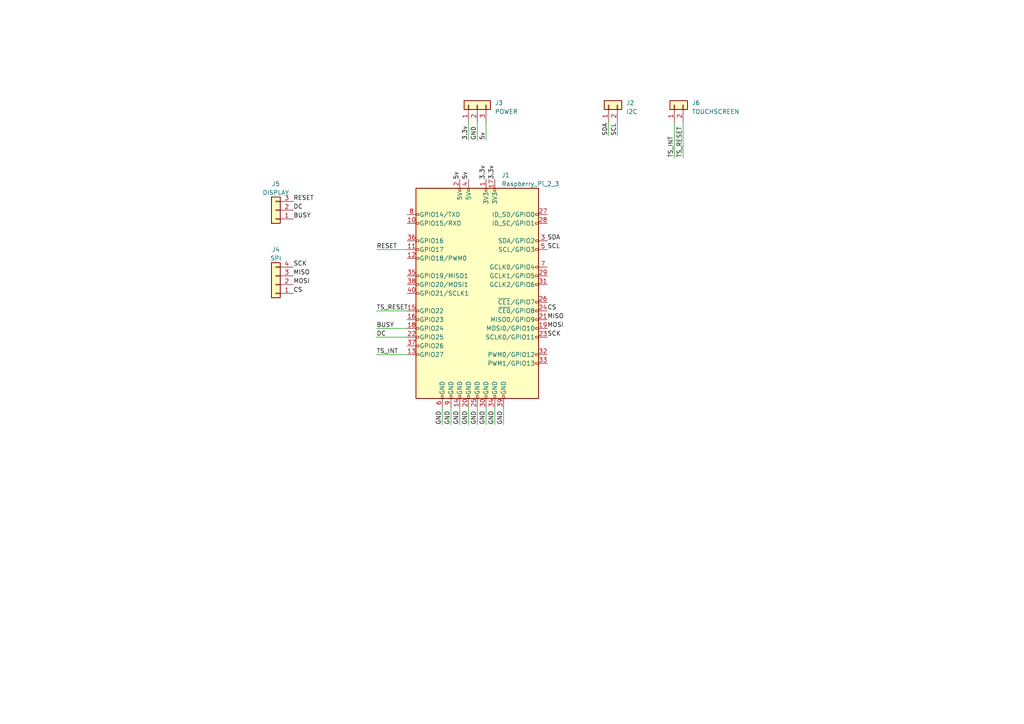
<source format=kicad_sch>
(kicad_sch (version 20230121) (generator eeschema)
  (paper "A4")
  (lib_symbols
    (symbol "Connector:Raspberry_Pi_2_3" (pin_names (offset 1.016))
      (property "Reference" "J" (at -17.78 31.75 0))
      (property "Value" "Raspberry_Pi_2_3" (at 10.16 -31.75 0))
      (symbol "Raspberry_Pi_2_3_0_1"
        (rectangle (start -17.78 30.48) (end 17.78 -30.48) (stroke (width 0.254)) (fill (type background)))
      )
      (symbol "Raspberry_Pi_2_3_1_1"
        (rectangle (start -16.891 -17.526) (end -17.78 -18.034))
        (rectangle (start -16.891 -14.986) (end -17.78 -15.494))
        (rectangle (start -16.891 -12.446) (end -17.78 -12.954))
        (rectangle (start -16.891 -9.906) (end -17.78 -10.414))
        (rectangle (start -16.891 -7.366) (end -17.78 -7.874))
        (rectangle (start -16.891 -4.826) (end -17.78 -5.334))
        (rectangle (start -16.891 0.254) (end -17.78 -0.254))
        (rectangle (start -16.891 2.794) (end -17.78 2.286))
        (rectangle (start -16.891 5.334) (end -17.78 4.826))
        (rectangle (start -16.891 10.414) (end -17.78 9.906))
        (rectangle (start -16.891 12.954) (end -17.78 12.446))
        (rectangle (start -16.891 15.494) (end -17.78 14.986))
        (rectangle (start -16.891 20.574) (end -17.78 20.066))
        (rectangle (start -16.891 23.114) (end -17.78 22.606))
        (rectangle (start -10.414 -29.591) (end -9.906 -30.48))
        (rectangle (start -7.874 -29.591) (end -7.366 -30.48))
        (rectangle (start -5.334 -29.591) (end -4.826 -30.48))
        (rectangle (start -5.334 30.48) (end -4.826 29.591))
        (rectangle (start -2.794 -29.591) (end -2.286 -30.48))
        (rectangle (start -2.794 30.48) (end -2.286 29.591))
        (rectangle (start -0.254 -29.591) (end 0.254 -30.48))
        (rectangle (start 2.286 -29.591) (end 2.794 -30.48))
        (rectangle (start 2.286 30.48) (end 2.794 29.591))
        (rectangle (start 4.826 -29.591) (end 5.334 -30.48))
        (rectangle (start 4.826 30.48) (end 5.334 29.591))
        (rectangle (start 7.366 -29.591) (end 7.874 -30.48))
        (rectangle (start 17.78 -20.066) (end 16.891 -20.574))
        (rectangle (start 17.78 -17.526) (end 16.891 -18.034))
        (rectangle (start 17.78 -12.446) (end 16.891 -12.954))
        (rectangle (start 17.78 -9.906) (end 16.891 -10.414))
        (rectangle (start 17.78 -7.366) (end 16.891 -7.874))
        (rectangle (start 17.78 -4.826) (end 16.891 -5.334))
        (rectangle (start 17.78 -2.286) (end 16.891 -2.794))
        (rectangle (start 17.78 2.794) (end 16.891 2.286))
        (rectangle (start 17.78 5.334) (end 16.891 4.826))
        (rectangle (start 17.78 7.874) (end 16.891 7.366))
        (rectangle (start 17.78 12.954) (end 16.891 12.446))
        (rectangle (start 17.78 15.494) (end 16.891 14.986))
        (rectangle (start 17.78 20.574) (end 16.891 20.066))
        (rectangle (start 17.78 23.114) (end 16.891 22.606))
        (pin power_in line (at 2.54 33.02 270) (length 2.54) (name "3V3") (number "1"))
        (pin bidirectional line (at -20.32 20.32 0) (length 2.54) (name "GPIO15/RXD") (number "10"))
        (pin bidirectional line (at -20.32 12.7 0) (length 2.54) (name "GPIO17") (number "11"))
        (pin bidirectional line (at -20.32 10.16 0) (length 2.54) (name "GPIO18/PWM0") (number "12"))
        (pin bidirectional line (at -20.32 -17.78 0) (length 2.54) (name "GPIO27") (number "13"))
        (pin power_in line (at -5.08 -33.02 90) (length 2.54) (name "GND") (number "14"))
        (pin bidirectional line (at -20.32 -5.08 0) (length 2.54) (name "GPIO22") (number "15"))
        (pin bidirectional line (at -20.32 -7.62 0) (length 2.54) (name "GPIO23") (number "16"))
        (pin power_in line (at 5.08 33.02 270) (length 2.54) (name "3V3") (number "17"))
        (pin bidirectional line (at -20.32 -10.16 0) (length 2.54) (name "GPIO24") (number "18"))
        (pin bidirectional line (at 20.32 -10.16 180) (length 2.54) (name "MOSI0/GPIO10") (number "19"))
        (pin power_in line (at -5.08 33.02 270) (length 2.54) (name "5V") (number "2"))
        (pin power_in line (at -2.54 -33.02 90) (length 2.54) (name "GND") (number "20"))
        (pin bidirectional line (at 20.32 -7.62 180) (length 2.54) (name "MISO0/GPIO9") (number "21"))
        (pin bidirectional line (at -20.32 -12.7 0) (length 2.54) (name "GPIO25") (number "22"))
        (pin bidirectional line (at 20.32 -12.7 180) (length 2.54) (name "SCLK0/GPIO11") (number "23"))
        (pin bidirectional line (at 20.32 -5.08 180) (length 2.54) (name "~{CE0}/GPIO8") (number "24"))
        (pin power_in line (at 0 -33.02 90) (length 2.54) (name "GND") (number "25"))
        (pin bidirectional line (at 20.32 -2.54 180) (length 2.54) (name "~{CE1}/GPIO7") (number "26"))
        (pin bidirectional line (at 20.32 22.86 180) (length 2.54) (name "ID_SD/GPIO0") (number "27"))
        (pin bidirectional line (at 20.32 20.32 180) (length 2.54) (name "ID_SC/GPIO1") (number "28"))
        (pin bidirectional line (at 20.32 5.08 180) (length 2.54) (name "GCLK1/GPIO5") (number "29"))
        (pin bidirectional line (at 20.32 15.24 180) (length 2.54) (name "SDA/GPIO2") (number "3"))
        (pin power_in line (at 2.54 -33.02 90) (length 2.54) (name "GND") (number "30"))
        (pin bidirectional line (at 20.32 2.54 180) (length 2.54) (name "GCLK2/GPIO6") (number "31"))
        (pin bidirectional line (at 20.32 -17.78 180) (length 2.54) (name "PWM0/GPIO12") (number "32"))
        (pin bidirectional line (at 20.32 -20.32 180) (length 2.54) (name "PWM1/GPIO13") (number "33"))
        (pin power_in line (at 5.08 -33.02 90) (length 2.54) (name "GND") (number "34"))
        (pin bidirectional line (at -20.32 5.08 0) (length 2.54) (name "GPIO19/MISO1") (number "35"))
        (pin bidirectional line (at -20.32 15.24 0) (length 2.54) (name "GPIO16") (number "36"))
        (pin bidirectional line (at -20.32 -15.24 0) (length 2.54) (name "GPIO26") (number "37"))
        (pin bidirectional line (at -20.32 2.54 0) (length 2.54) (name "GPIO20/MOSI1") (number "38"))
        (pin power_in line (at 7.62 -33.02 90) (length 2.54) (name "GND") (number "39"))
        (pin power_in line (at -2.54 33.02 270) (length 2.54) (name "5V") (number "4"))
        (pin bidirectional line (at -20.32 0 0) (length 2.54) (name "GPIO21/SCLK1") (number "40"))
        (pin bidirectional line (at 20.32 12.7 180) (length 2.54) (name "SCL/GPIO3") (number "5"))
        (pin power_in line (at -10.16 -33.02 90) (length 2.54) (name "GND") (number "6"))
        (pin bidirectional line (at 20.32 7.62 180) (length 2.54) (name "GCLK0/GPIO4") (number "7"))
        (pin bidirectional line (at -20.32 22.86 0) (length 2.54) (name "GPIO14/TXD") (number "8"))
        (pin power_in line (at -7.62 -33.02 90) (length 2.54) (name "GND") (number "9"))
      )
    )
    (symbol "Connector_Generic:Conn_01x02" (pin_names (offset 1.016) hide)
      (property "Reference" "J" (at 0 2.54 0))
      (property "Value" "Conn_01x02" (at 0 -5.08 0))
      (symbol "Conn_01x02_1_1"
        (rectangle (start -1.27 -2.413) (end 0 -2.667) (stroke (width 0.1524)))
        (rectangle (start -1.27 0.127) (end 0 -0.127) (stroke (width 0.1524)))
        (rectangle (start -1.27 1.27) (end 1.27 -3.81) (stroke (width 0.254)) (fill (type background)))
        (pin passive line (at -5.08 0 0) (length 3.81) (name "Pin_1") (number "1"))
        (pin passive line (at -5.08 -2.54 0) (length 3.81) (name "Pin_2") (number "2"))
      )
    )
    (symbol "Connector_Generic:Conn_01x03" (pin_names (offset 1.016) hide)
      (property "Reference" "J" (at 0 5.08 0))
      (property "Value" "Conn_01x03" (at 0 -5.08 0))
      (symbol "Conn_01x03_1_1"
        (rectangle (start -1.27 -2.413) (end 0 -2.667) (stroke (width 0.1524)))
        (rectangle (start -1.27 0.127) (end 0 -0.127) (stroke (width 0.1524)))
        (rectangle (start -1.27 2.667) (end 0 2.413) (stroke (width 0.1524)))
        (rectangle (start -1.27 3.81) (end 1.27 -3.81) (stroke (width 0.254)) (fill (type background)))
        (pin passive line (at -5.08 2.54 0) (length 3.81) (name "Pin_1") (number "1"))
        (pin passive line (at -5.08 0 0) (length 3.81) (name "Pin_2") (number "2"))
        (pin passive line (at -5.08 -2.54 0) (length 3.81) (name "Pin_3") (number "3"))
      )
    )
    (symbol "Connector_Generic:Conn_01x04" (pin_names (offset 1.016) hide)
      (property "Reference" "J" (at 0 5.08 0))
      (property "Value" "Conn_01x04" (at 0 -7.62 0))
      (symbol "Conn_01x04_1_1"
        (rectangle (start -1.27 -4.953) (end 0 -5.207) (stroke (width 0.1524)))
        (rectangle (start -1.27 -2.413) (end 0 -2.667) (stroke (width 0.1524)))
        (rectangle (start -1.27 0.127) (end 0 -0.127) (stroke (width 0.1524)))
        (rectangle (start -1.27 2.667) (end 0 2.413) (stroke (width 0.1524)))
        (rectangle (start -1.27 3.81) (end 1.27 -6.35) (stroke (width 0.254)) (fill (type background)))
        (pin passive line (at -5.08 2.54 0) (length 3.81) (name "Pin_1") (number "1"))
        (pin passive line (at -5.08 0 0) (length 3.81) (name "Pin_2") (number "2"))
        (pin passive line (at -5.08 -2.54 0) (length 3.81) (name "Pin_3") (number "3"))
        (pin passive line (at -5.08 -5.08 0) (length 3.81) (name "Pin_4") (number "4"))
      )
    )
  )
  (wire (pts (xy 133.35 118.11) (xy 133.35 123.19)))
  (wire (pts (xy 130.81 118.11) (xy 130.81 123.19)))
  (wire (pts (xy 140.97 35.56) (xy 140.97 40.64)))
  (wire (pts (xy 138.43 118.11) (xy 138.43 123.19)))
  (wire (pts (xy 109.22 95.25) (xy 118.11 95.25)))
  (wire (pts (xy 109.22 97.79) (xy 118.11 97.79)))
  (wire (pts (xy 143.51 118.11) (xy 143.51 123.19)))
  (wire (pts (xy 135.89 118.11) (xy 135.89 123.19)))
  (wire (pts (xy 128.27 118.11) (xy 128.27 123.19)))
  (wire (pts (xy 198.12 35.56) (xy 198.12 45.72)))
  (wire (pts (xy 140.97 118.11) (xy 140.97 123.19)))
  (wire (pts (xy 138.43 35.56) (xy 138.43 40.64)))
  (wire (pts (xy 109.22 90.17) (xy 118.11 90.17)))
  (wire (pts (xy 176.53 35.56) (xy 176.53 39.37)))
  (wire (pts (xy 146.05 118.11) (xy 146.05 123.19)))
  (wire (pts (xy 109.22 72.39) (xy 118.11 72.39)))
  (wire (pts (xy 179.07 35.56) (xy 179.07 39.37)))
  (wire (pts (xy 195.58 35.56) (xy 195.58 45.72)))
  (wire (pts (xy 109.22 102.87) (xy 118.11 102.87)))
  (wire (pts (xy 135.89 35.56) (xy 135.89 40.64)))
  (label "RESET" (at 85.09 58.42 0))
  (label "CS" (at 85.09 85.09 0))
  (label "DC" (at 109.22 97.79 0))
  (label "5v" (at 135.89 52.07 90))
  (label "GND" (at 143.51 123.19 90))
  (label "TS_RESET" (at 198.12 45.72 90))
  (label "MOSI" (at 85.09 82.55 0))
  (label "TS_INT" (at 195.58 45.72 90))
  (label "SDA" (at 158.75 69.85 0))
  (label "GND" (at 140.97 123.19 90))
  (label "TS_RESET" (at 109.22 90.17 0))
  (label "3.3v" (at 135.89 40.64 90))
  (label "GND" (at 135.89 123.19 90))
  (label "SCL" (at 179.07 39.37 90))
  (label "GND" (at 138.43 40.64 90))
  (label "MISO" (at 158.75 92.71 0))
  (label "SCK" (at 85.09 77.47 0))
  (label "SCL" (at 158.75 72.39 0))
  (label "DC" (at 85.09 60.96 0))
  (label "GND" (at 146.05 123.19 90))
  (label "3.3v" (at 140.97 52.07 90))
  (label "RESET" (at 109.22 72.39 0))
  (label "GND" (at 130.81 123.19 90))
  (label "GND" (at 138.43 123.19 90))
  (label "BUSY" (at 109.22 95.25 0))
  (label "GND" (at 128.27 123.19 90))
  (label "MISO" (at 85.09 80.01 0))
  (label "GND" (at 133.35 123.19 90))
  (label "3.3v" (at 143.51 52.07 90))
  (label "SCK" (at 158.75 97.79 0))
  (label "5v" (at 133.35 52.07 90))
  (label "BUSY" (at 85.09 63.5 0))
  (label "CS" (at 158.75 90.17 0))
  (label "5v" (at 140.97 40.64 90))
  (label "MOSI" (at 158.75 95.25 0))
  (label "TS_INT" (at 109.22 102.87 0))
  (label "SDA" (at 176.53 39.37 90))
  (symbol (lib_id "Connector_Generic:Conn_01x03") (at 80.01 60.96 180) (unit 1)
    (property "Reference" "J5" (at 80.01 53.34 0))
    (property "Value" "DISPLAY" (at 80.01 55.88 0))
    (property "Footprint" "Connector_PinHeader_2.54mm:PinHeader_1x03_P2.54mm_Vertical" (effects hide))
  )
  (symbol (lib_id "Connector_Generic:Conn_01x02") (at 195.58 30.48 90) (unit 1)
    (property "Reference" "J6" (at 200.66 29.845 90) (effects (justify right)))
    (property "Value" "TOUCHSCREEN" (at 200.66 32.385 90) (effects (justify right)))
    (property "Footprint" "Connector_PinHeader_2.54mm:PinHeader_1x02_P2.54mm_Vertical" (effects hide))
  )
  (symbol (lib_id "Connector:Raspberry_Pi_2_3") (at 138.43 85.09 0) (unit 1)
    (property "Reference" "J1" (at 145.4659 50.8 0) (effects (justify left)))
    (property "Value" "Raspberry_Pi_2_3" (at 145.4659 53.34 0) (effects (justify left)))
    (property "Footprint" "Connector_PinHeader_2.54mm:PinHeader_2x20_P2.54mm_Vertical" (effects hide))
    (property "Datasheet" "https://www.raspberrypi.org/documentation/hardware/raspberrypi/schematics/rpi_SCH_3bplus_1p0_reduced.pdf" (effects hide))
  )
  (symbol (lib_id "Connector_Generic:Conn_01x02") (at 176.53 30.48 90) (unit 1)
    (property "Reference" "J2" (at 181.61 29.845 90) (effects (justify right)))
    (property "Value" "I2C" (at 181.61 32.385 90) (effects (justify right)))
    (property "Footprint" "Connector_PinHeader_2.54mm:PinHeader_1x02_P2.54mm_Vertical" (effects hide))
  )
  (symbol (lib_id "Connector_Generic:Conn_01x03") (at 138.43 30.48 90) (unit 1)
    (property "Reference" "J3" (at 143.51 29.845 90) (effects (justify right)))
    (property "Value" "POWER" (at 143.51 32.385 90) (effects (justify right)))
    (property "Footprint" "Connector_PinHeader_2.54mm:PinHeader_1x03_P2.54mm_Vertical" (effects hide))
  )
  (symbol (lib_id "Connector_Generic:Conn_01x04") (at 80.01 82.55 180) (unit 1)
    (property "Reference" "J4" (at 80.01 72.39 0))
    (property "Value" "SPI" (at 80.01 74.93 0))
    (property "Footprint" "Connector_PinHeader_2.54mm:PinHeader_1x04_P2.54mm_Vertical" (effects hide))
  )
)
</source>
